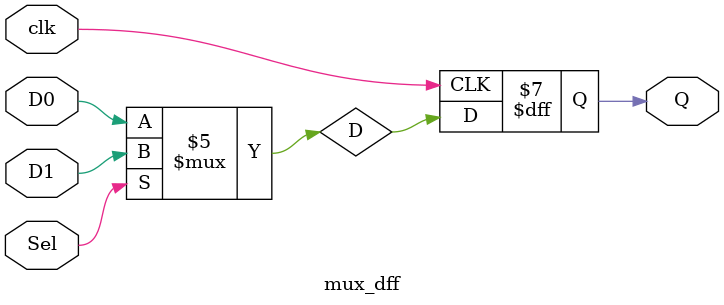
<source format=v>
module mux_dff (
    input D0,
    input D1,
    input Sel,
    input clk,
    output reg Q
);
    reg D;

    always @(*) begin
        if (Sel == 1'b1)
            D = D1;
        else
            D = D0;
    end

    always @(posedge clk) begin
        Q <= D;
    end
endmodule

</source>
